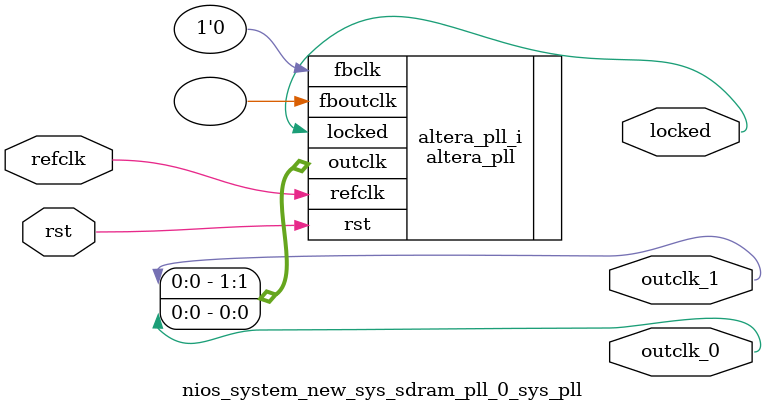
<source format=v>
`timescale 1ns/10ps
module  nios_system_new_sys_sdram_pll_0_sys_pll(

	// interface 'refclk'
	input wire refclk,

	// interface 'reset'
	input wire rst,

	// interface 'outclk0'
	output wire outclk_0,

	// interface 'outclk1'
	output wire outclk_1,

	// interface 'locked'
	output wire locked
);

	altera_pll #(
		.fractional_vco_multiplier("false"),
		.reference_clock_frequency("50.0 MHz"),
		.operation_mode("direct"),
		.number_of_clocks(2),
		.output_clock_frequency0("50.000000 MHz"),
		.phase_shift0("0 ps"),
		.duty_cycle0(50),
		.output_clock_frequency1("50.000000 MHz"),
		.phase_shift1("-3000 ps"),
		.duty_cycle1(50),
		.output_clock_frequency2("0 MHz"),
		.phase_shift2("0 ps"),
		.duty_cycle2(50),
		.output_clock_frequency3("0 MHz"),
		.phase_shift3("0 ps"),
		.duty_cycle3(50),
		.output_clock_frequency4("0 MHz"),
		.phase_shift4("0 ps"),
		.duty_cycle4(50),
		.output_clock_frequency5("0 MHz"),
		.phase_shift5("0 ps"),
		.duty_cycle5(50),
		.output_clock_frequency6("0 MHz"),
		.phase_shift6("0 ps"),
		.duty_cycle6(50),
		.output_clock_frequency7("0 MHz"),
		.phase_shift7("0 ps"),
		.duty_cycle7(50),
		.output_clock_frequency8("0 MHz"),
		.phase_shift8("0 ps"),
		.duty_cycle8(50),
		.output_clock_frequency9("0 MHz"),
		.phase_shift9("0 ps"),
		.duty_cycle9(50),
		.output_clock_frequency10("0 MHz"),
		.phase_shift10("0 ps"),
		.duty_cycle10(50),
		.output_clock_frequency11("0 MHz"),
		.phase_shift11("0 ps"),
		.duty_cycle11(50),
		.output_clock_frequency12("0 MHz"),
		.phase_shift12("0 ps"),
		.duty_cycle12(50),
		.output_clock_frequency13("0 MHz"),
		.phase_shift13("0 ps"),
		.duty_cycle13(50),
		.output_clock_frequency14("0 MHz"),
		.phase_shift14("0 ps"),
		.duty_cycle14(50),
		.output_clock_frequency15("0 MHz"),
		.phase_shift15("0 ps"),
		.duty_cycle15(50),
		.output_clock_frequency16("0 MHz"),
		.phase_shift16("0 ps"),
		.duty_cycle16(50),
		.output_clock_frequency17("0 MHz"),
		.phase_shift17("0 ps"),
		.duty_cycle17(50),
		.pll_type("General"),
		.pll_subtype("General")
	) altera_pll_i (
		.rst	(rst),
		.outclk	({outclk_1, outclk_0}),
		.locked	(locked),
		.fboutclk	( ),
		.fbclk	(1'b0),
		.refclk	(refclk)
	);
endmodule


</source>
